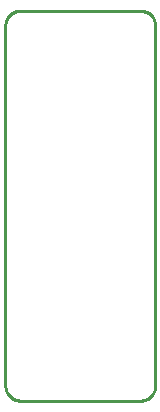
<source format=gbr>
G04 EAGLE Gerber RS-274X export*
G75*
%MOMM*%
%FSLAX34Y34*%
%LPD*%
%IN*%
%IPPOS*%
%AMOC8*
5,1,8,0,0,1.08239X$1,22.5*%
G01*
%ADD10C,0.254000*%


D10*
X0Y12700D02*
X48Y11593D01*
X193Y10495D01*
X433Y9413D01*
X766Y8356D01*
X1190Y7333D01*
X1701Y6350D01*
X2297Y5416D01*
X2971Y4537D01*
X3720Y3720D01*
X4537Y2971D01*
X5416Y2297D01*
X6350Y1701D01*
X7333Y1190D01*
X8356Y766D01*
X9413Y433D01*
X10495Y193D01*
X11593Y48D01*
X12700Y0D01*
X114300Y0D01*
X115407Y48D01*
X116505Y193D01*
X117587Y433D01*
X118644Y766D01*
X119667Y1190D01*
X120650Y1701D01*
X121584Y2297D01*
X122463Y2971D01*
X123280Y3720D01*
X124029Y4537D01*
X124703Y5416D01*
X125299Y6350D01*
X125810Y7333D01*
X126234Y8356D01*
X126567Y9413D01*
X126807Y10495D01*
X126952Y11593D01*
X127000Y12700D01*
X127000Y317500D01*
X126952Y318607D01*
X126807Y319705D01*
X126567Y320787D01*
X126234Y321844D01*
X125810Y322867D01*
X125299Y323850D01*
X124703Y324784D01*
X124029Y325663D01*
X123280Y326480D01*
X122463Y327229D01*
X121584Y327903D01*
X120650Y328499D01*
X119667Y329010D01*
X118644Y329434D01*
X117587Y329767D01*
X116505Y330007D01*
X115407Y330152D01*
X114300Y330200D01*
X12700Y330200D01*
X11593Y330152D01*
X10495Y330007D01*
X9413Y329767D01*
X8356Y329434D01*
X7333Y329010D01*
X6350Y328499D01*
X5416Y327903D01*
X4537Y327229D01*
X3720Y326480D01*
X2971Y325663D01*
X2297Y324784D01*
X1701Y323850D01*
X1190Y322867D01*
X766Y321844D01*
X433Y320787D01*
X193Y319705D01*
X48Y318607D01*
X0Y317500D01*
X0Y12700D01*
M02*

</source>
